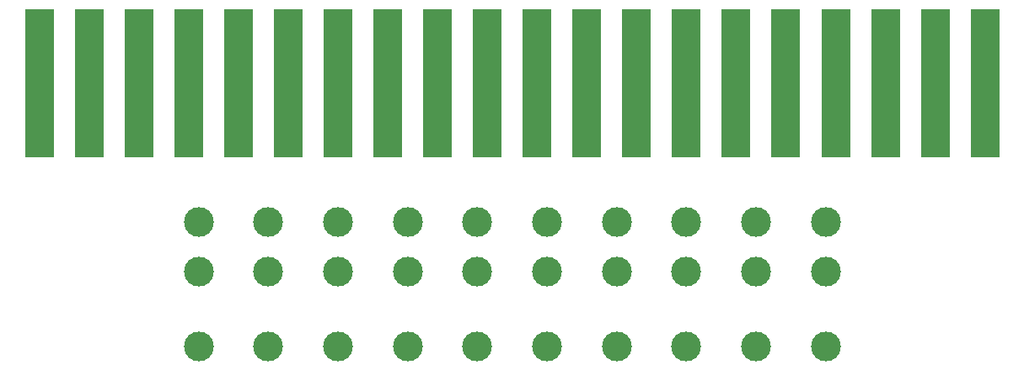
<source format=gbp>
G04*
G04 #@! TF.GenerationSoftware,Altium Limited,Altium Designer,21.3.2 (30)*
G04*
G04 Layer_Color=128*
%FSLAX25Y25*%
%MOIN*%
G70*
G04*
G04 #@! TF.SameCoordinates,6AE65C0D-1D2A-47B7-BFB0-4F28CD664EAD*
G04*
G04*
G04 #@! TF.FilePolarity,Positive*
G04*
G01*
G75*
%ADD13C,0.11811*%
%ADD14R,0.11811X0.59055*%
D13*
X234252Y55118D02*
D03*
X68898Y84646D02*
D03*
Y104331D02*
D03*
X206693D02*
D03*
X234252Y84646D02*
D03*
X289370Y104331D02*
D03*
X206693Y84646D02*
D03*
X261811D02*
D03*
X289370D02*
D03*
X234252Y104331D02*
D03*
X316929D02*
D03*
X261811D02*
D03*
X316929Y84646D02*
D03*
X96457Y104331D02*
D03*
X151575D02*
D03*
Y84646D02*
D03*
X96457D02*
D03*
X124016D02*
D03*
X179134D02*
D03*
Y104331D02*
D03*
X124016D02*
D03*
X206693Y55118D02*
D03*
X316929D02*
D03*
X289370D02*
D03*
X261811D02*
D03*
X151575D02*
D03*
X124016D02*
D03*
X96457D02*
D03*
X68898D02*
D03*
X179134D02*
D03*
D14*
X5906Y159449D02*
D03*
X379921D02*
D03*
X360236D02*
D03*
X340551D02*
D03*
X320866D02*
D03*
X301181D02*
D03*
X281496D02*
D03*
X261811D02*
D03*
X242126D02*
D03*
X222441D02*
D03*
X202756D02*
D03*
X183071D02*
D03*
X163386D02*
D03*
X143701D02*
D03*
X124016D02*
D03*
X104331D02*
D03*
X84646D02*
D03*
X64961D02*
D03*
X45276D02*
D03*
X25591D02*
D03*
M02*

</source>
